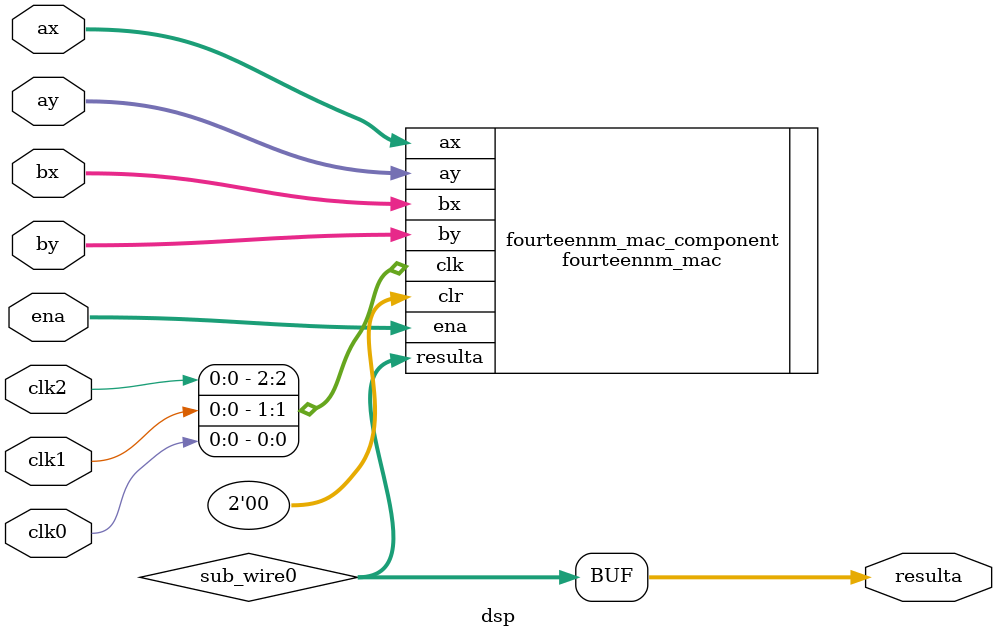
<source format=sv>
`timescale 1 ps / 1 ps
module dsp (
            ax,
            ay,
            bx,
            by,
            ena,
            resulta,
            clk0,
            clk1,
            clk2);

            input [17:0] ax;
            input [17:0] ay;
            input [17:0] bx;
            input [17:0] by;
            input [2:0] ena;
            output [36:0] resulta;
            input  clk0;
            input  clk1;
            input  clk2;

            wire [36:0] sub_wire0;
            wire [36:0] resulta = sub_wire0[36:0];    

            fourteennm_mac        fourteennm_mac_component (
                                        .ax (ax),
                                        .ay (ay),
                                        .bx (bx),
                                        .by (by),
                                        .ena (ena),
                                        .clr (2'b00),
                                        .clk ({clk2,clk1,clk0}),
                                        .resulta (sub_wire0));
            defparam

					fourteennm_mac_component.ax_clock="0",
					fourteennm_mac_component.ay_scan_in_clock="0",
					fourteennm_mac_component.az_clock="none",
					fourteennm_mac_component.output_clock="0",
					fourteennm_mac_component.bx_clock="0",
					fourteennm_mac_component.accumulate_clock="none",
					fourteennm_mac_component.accum_pipeline_clock="none",
					fourteennm_mac_component.bz_clock="none",
					fourteennm_mac_component.by_clock="0",
					fourteennm_mac_component.coef_sel_a_clock="none",
					fourteennm_mac_component.coef_sel_b_clock="none",
					fourteennm_mac_component.sub_clock="none",
					fourteennm_mac_component.negate_clock="none",
					fourteennm_mac_component.accum_2nd_pipeline_clock="none",
					fourteennm_mac_component.load_const_clock="none",
					fourteennm_mac_component.load_const_pipeline_clock="none",
					fourteennm_mac_component.load_const_2nd_pipeline_clock="none",
					fourteennm_mac_component.input_pipeline_clock="0",
					fourteennm_mac_component.second_pipeline_clock="0",
					fourteennm_mac_component.input_systolic_clock="none",
					fourteennm_mac_component.preadder_subtract_a = "false", 
					fourteennm_mac_component.preadder_subtract_b = "false", 
					fourteennm_mac_component.delay_scan_out_ay = "false", 
					fourteennm_mac_component.delay_scan_out_by = "false", 
					fourteennm_mac_component.ay_use_scan_in = "false", 
					fourteennm_mac_component.by_use_scan_in = "false", 
					fourteennm_mac_component.operand_source_may = "input", 
					fourteennm_mac_component.operand_source_mby = "input", 
					fourteennm_mac_component.operand_source_max = "input", 
					fourteennm_mac_component.operand_source_mbx = "input", 
					fourteennm_mac_component.signed_max = "false", 
					fourteennm_mac_component.signed_may = "false", 
					fourteennm_mac_component.signed_mbx = "false", 
					fourteennm_mac_component.signed_mby = "false", 
					fourteennm_mac_component.use_chainadder = "false", 
					fourteennm_mac_component.enable_double_accum = "false", 
					fourteennm_mac_component.operation_mode = "m18x18_sumof2", 
					fourteennm_mac_component.clear_type = "none",
					fourteennm_mac_component.ax_width = 18,
					fourteennm_mac_component.bx_width = 18,
					fourteennm_mac_component.ay_scan_in_width = 18,
					fourteennm_mac_component.by_width = 18,
					fourteennm_mac_component.result_a_width = 37,
					fourteennm_mac_component.load_const_value = 0,
					fourteennm_mac_component.coef_a_0 = 0,
					fourteennm_mac_component.coef_a_1 = 0,
					fourteennm_mac_component.coef_a_2 = 0,
					fourteennm_mac_component.coef_a_3 = 0,
					fourteennm_mac_component.coef_a_4 = 0,
					fourteennm_mac_component.coef_a_5 = 0,
					fourteennm_mac_component.coef_a_6 = 0,
					fourteennm_mac_component.coef_a_7 = 0,
					fourteennm_mac_component.coef_b_0 = 0,
					fourteennm_mac_component.coef_b_1 = 0,
					fourteennm_mac_component.coef_b_2 = 0,
					fourteennm_mac_component.coef_b_3 = 0,
					fourteennm_mac_component.coef_b_4 = 0,
					fourteennm_mac_component.coef_b_5 = 0,
					fourteennm_mac_component.coef_b_6 = 0,
					fourteennm_mac_component.coef_b_7 = 0;

endmodule


</source>
